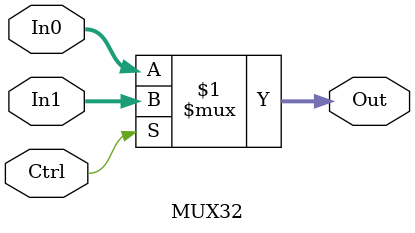
<source format=v>
module MUX32(
	input [31:0] In0,
	input [31:0] In1,
	output [31:0] Out,
	input Ctrl
);
	assign Out=Ctrl?In1:In0;
endmodule
</source>
